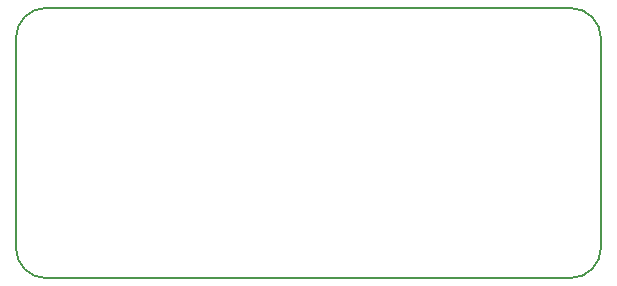
<source format=gbr>
G04 #@! TF.GenerationSoftware,KiCad,Pcbnew,5.1.5-52549c5~84~ubuntu18.04.1*
G04 #@! TF.CreationDate,2020-02-08T18:13:24-07:00*
G04 #@! TF.ProjectId,FeatherWing_KC5,46656174-6865-4725-9769-6e675f4b4335,rev?*
G04 #@! TF.SameCoordinates,Original*
G04 #@! TF.FileFunction,Profile,NP*
%FSLAX46Y46*%
G04 Gerber Fmt 4.6, Leading zero omitted, Abs format (unit mm)*
G04 Created by KiCad (PCBNEW 5.1.5-52549c5~84~ubuntu18.04.1) date 2020-02-08 18:13:24*
%MOMM*%
%LPD*%
G04 APERTURE LIST*
%ADD10C,0.200000*%
G04 APERTURE END LIST*
D10*
X116205000Y-102870000D02*
G75*
G02X113665000Y-100330000I0J2540000D01*
G01*
X113665000Y-82550000D02*
G75*
G02X116205000Y-80010000I2540000J0D01*
G01*
X160655000Y-80010000D02*
G75*
G02X163195000Y-82550000I0J-2540000D01*
G01*
X163195000Y-100330000D02*
G75*
G02X160655000Y-102870000I-2540000J0D01*
G01*
X163195000Y-82550000D02*
X163195000Y-100330000D01*
X116205000Y-80010000D02*
X160655000Y-80010000D01*
X113665000Y-100330000D02*
X113665000Y-82550000D01*
X160655000Y-102870000D02*
X116205000Y-102870000D01*
M02*

</source>
